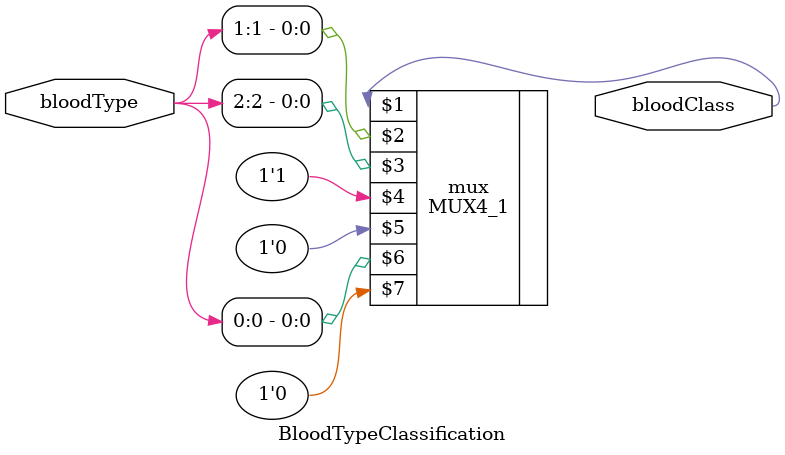
<source format=v>
`timescale 1ns / 1ps
`default_nettype none

/*
**********************************************************
** Logic Design Final Project Fall, 2019 Semester
** Amirkabir University of Technology (Tehran Polytechnic)
** Department of Computer Engineering (CEIT-AUT)
** Logic Circuit Design Laboratory
** https://ceit.aut.ac.ir
**********************************************************
** Student ID: 9731078 (Negin HajiSobhani)
** Student ID: 9731096 (Amirhossein Alibakhshi)
**********************************************************
** Module Name: BloodTypeClassification
**********************************************************
** Additional Comments:

	bloodType[2] = A
	bloodType[1] = B
	bloodType[0] = C 

	input	blood	output	
	(ABC)	type	result
	---------------
	000	O-  	1
	001	O+  	1
	010	A-  	0
	011	A+  	0
	100	B-  	0
	101	B+  	1
	110	AB- 	0
	111	AB+ 	0
	
	karnough table:
	
  \AB                        
  C\_________________________
    |     |     |     |     |
    |  1  |  0  |  0  |  0  |
    |_____|_____|_____|_____|
    |     |     |     |     |
    |  1  |  0  |  0  |  1  |
    |_____|_____|_____|_____|
	 
	f(A,B,C) = A'B' + B'C = B'(A' + C)
	
	       _________
	       |       |
	1'b1 ->|       |
	1'b0 ->|  MUX  |
	   C ->|  4:1  |-> bloodClass
	1'b0 ->|       |
	       |_______|
	         |   |
	         A   B	

*/

module BloodTypeClassification(
        bloodType,
        bloodClass);
	input [2:0] bloodType;
	output bloodClass;
	MUX4_1 mux(bloodClass, bloodType[1], bloodType[2], 1'b1, 1'b0, bloodType[0], 1'b0);
endmodule

</source>
